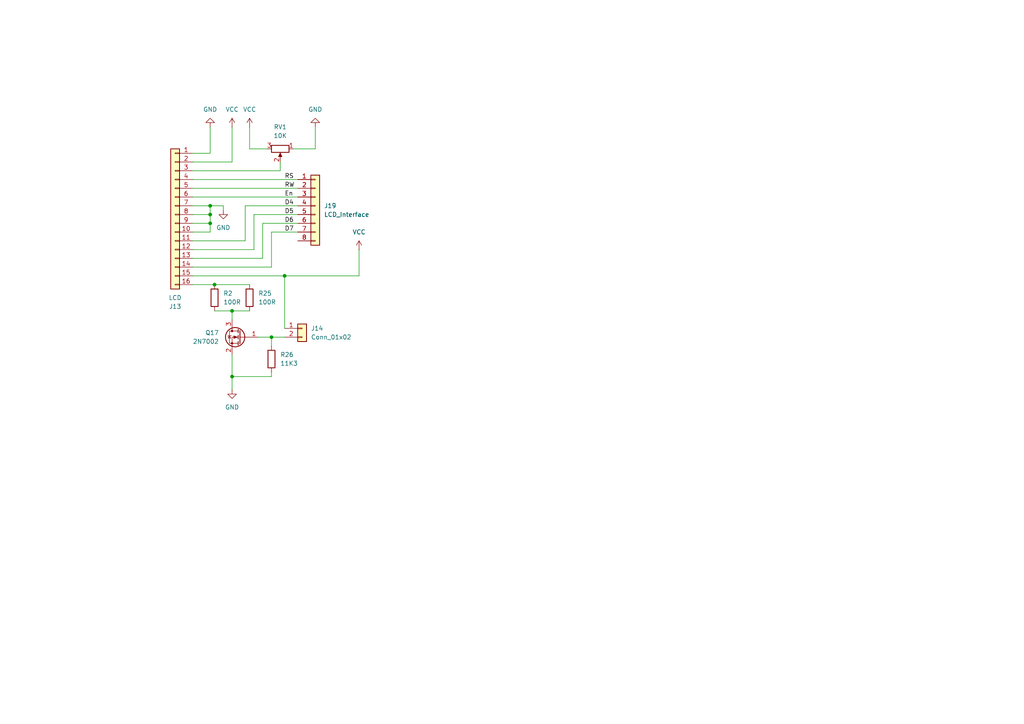
<source format=kicad_sch>
(kicad_sch (version 20231120) (generator "eeschema") (generator_version "8.0")
  (paper "A4")
  (lib_symbols
    (symbol "Connector_Generic:Conn_01x02" (pin_names (offset 1.016) hide)
      (property "Reference" "J" (at 0 2.54 0))
      (property "Value" "Conn_01x02" (at 0 -5.08 0))
      (symbol "Conn_01x02_1_1"
        (rectangle (start -1.27 -2.413) (end 0 -2.667) (stroke (width 0.1524)))
        (rectangle (start -1.27 0.127) (end 0 -0.127) (stroke (width 0.1524)))
        (rectangle (start -1.27 1.27) (end 1.27 -3.81) (stroke (width 0.254)) (fill (type background)))
        (pin passive line (at -5.08 0 0) (length 3.81) (name "Pin_1") (number "1"))
        (pin passive line (at -5.08 -2.54 0) (length 3.81) (name "Pin_2") (number "2"))
      )
    )
    (symbol "Connector_Generic:Conn_01x08" (pin_names (offset 1.016) hide)
      (property "Reference" "J" (at 0 10.16 0))
      (property "Value" "Conn_01x08" (at 0 -12.7 0))
      (symbol "Conn_01x08_1_1"
        (rectangle (start -1.27 -10.033) (end 0 -10.287) (stroke (width 0.1524)))
        (rectangle (start -1.27 -7.493) (end 0 -7.747) (stroke (width 0.1524)))
        (rectangle (start -1.27 -4.953) (end 0 -5.207) (stroke (width 0.1524)))
        (rectangle (start -1.27 -2.413) (end 0 -2.667) (stroke (width 0.1524)))
        (rectangle (start -1.27 0.127) (end 0 -0.127) (stroke (width 0.1524)))
        (rectangle (start -1.27 2.667) (end 0 2.413) (stroke (width 0.1524)))
        (rectangle (start -1.27 5.207) (end 0 4.953) (stroke (width 0.1524)))
        (rectangle (start -1.27 7.747) (end 0 7.493) (stroke (width 0.1524)))
        (rectangle (start -1.27 8.89) (end 1.27 -11.43) (stroke (width 0.254)) (fill (type background)))
        (pin passive line (at -5.08 7.62 0) (length 3.81) (name "Pin_1") (number "1"))
        (pin passive line (at -5.08 5.08 0) (length 3.81) (name "Pin_2") (number "2"))
        (pin passive line (at -5.08 2.54 0) (length 3.81) (name "Pin_3") (number "3"))
        (pin passive line (at -5.08 0 0) (length 3.81) (name "Pin_4") (number "4"))
        (pin passive line (at -5.08 -2.54 0) (length 3.81) (name "Pin_5") (number "5"))
        (pin passive line (at -5.08 -5.08 0) (length 3.81) (name "Pin_6") (number "6"))
        (pin passive line (at -5.08 -7.62 0) (length 3.81) (name "Pin_7") (number "7"))
        (pin passive line (at -5.08 -10.16 0) (length 3.81) (name "Pin_8") (number "8"))
      )
    )
    (symbol "Connector_Generic:Conn_01x16" (pin_names (offset 1.016) hide)
      (property "Reference" "J" (at 0 20.32 0))
      (property "Value" "Conn_01x16" (at 0 -22.86 0))
      (symbol "Conn_01x16_1_1"
        (rectangle (start -1.27 -20.193) (end 0 -20.447) (stroke (width 0.1524)))
        (rectangle (start -1.27 -17.653) (end 0 -17.907) (stroke (width 0.1524)))
        (rectangle (start -1.27 -15.113) (end 0 -15.367) (stroke (width 0.1524)))
        (rectangle (start -1.27 -12.573) (end 0 -12.827) (stroke (width 0.1524)))
        (rectangle (start -1.27 -10.033) (end 0 -10.287) (stroke (width 0.1524)))
        (rectangle (start -1.27 -7.493) (end 0 -7.747) (stroke (width 0.1524)))
        (rectangle (start -1.27 -4.953) (end 0 -5.207) (stroke (width 0.1524)))
        (rectangle (start -1.27 -2.413) (end 0 -2.667) (stroke (width 0.1524)))
        (rectangle (start -1.27 0.127) (end 0 -0.127) (stroke (width 0.1524)))
        (rectangle (start -1.27 2.667) (end 0 2.413) (stroke (width 0.1524)))
        (rectangle (start -1.27 5.207) (end 0 4.953) (stroke (width 0.1524)))
        (rectangle (start -1.27 7.747) (end 0 7.493) (stroke (width 0.1524)))
        (rectangle (start -1.27 10.287) (end 0 10.033) (stroke (width 0.1524)))
        (rectangle (start -1.27 12.827) (end 0 12.573) (stroke (width 0.1524)))
        (rectangle (start -1.27 15.367) (end 0 15.113) (stroke (width 0.1524)))
        (rectangle (start -1.27 17.907) (end 0 17.653) (stroke (width 0.1524)))
        (rectangle (start -1.27 19.05) (end 1.27 -21.59) (stroke (width 0.254)) (fill (type background)))
        (pin passive line (at -5.08 17.78 0) (length 3.81) (name "Pin_1") (number "1"))
        (pin passive line (at -5.08 -5.08 0) (length 3.81) (name "Pin_10") (number "10"))
        (pin passive line (at -5.08 -7.62 0) (length 3.81) (name "Pin_11") (number "11"))
        (pin passive line (at -5.08 -10.16 0) (length 3.81) (name "Pin_12") (number "12"))
        (pin passive line (at -5.08 -12.7 0) (length 3.81) (name "Pin_13") (number "13"))
        (pin passive line (at -5.08 -15.24 0) (length 3.81) (name "Pin_14") (number "14"))
        (pin passive line (at -5.08 -17.78 0) (length 3.81) (name "Pin_15") (number "15"))
        (pin passive line (at -5.08 -20.32 0) (length 3.81) (name "Pin_16") (number "16"))
        (pin passive line (at -5.08 15.24 0) (length 3.81) (name "Pin_2") (number "2"))
        (pin passive line (at -5.08 12.7 0) (length 3.81) (name "Pin_3") (number "3"))
        (pin passive line (at -5.08 10.16 0) (length 3.81) (name "Pin_4") (number "4"))
        (pin passive line (at -5.08 7.62 0) (length 3.81) (name "Pin_5") (number "5"))
        (pin passive line (at -5.08 5.08 0) (length 3.81) (name "Pin_6") (number "6"))
        (pin passive line (at -5.08 2.54 0) (length 3.81) (name "Pin_7") (number "7"))
        (pin passive line (at -5.08 0 0) (length 3.81) (name "Pin_8") (number "8"))
        (pin passive line (at -5.08 -2.54 0) (length 3.81) (name "Pin_9") (number "9"))
      )
    )
    (symbol "Device:R" (pin_numbers hide) (pin_names (offset 0))
      (property "Reference" "R" (at 2.032 0 90))
      (property "Value" "R" (at 0 0 90))
      (symbol "R_0_1"
        (rectangle (start -1.016 -2.54) (end 1.016 2.54) (stroke (width 0.254)))
      )
      (symbol "R_1_1"
        (pin passive line (at 0 3.81 270) (length 1.27) (name "~") (number "1"))
        (pin passive line (at 0 -3.81 90) (length 1.27) (name "~") (number "2"))
      )
    )
    (symbol "Device:R_Potentiometer" (pin_names (offset 1.016) hide)
      (property "Reference" "RV" (at -4.445 0 90))
      (property "Value" "R_Potentiometer" (at -2.54 0 90))
      (symbol "R_Potentiometer_0_1"
        (polyline (pts (xy 2.54 0) (xy 1.524 0)))
        (polyline (pts (xy 1.143 0) (xy 2.286 0.508) (xy 2.286 -0.508) (xy 1.143 0)) (fill (type outline)))
        (rectangle (start 1.016 2.54) (end -1.016 -2.54) (stroke (width 0.254)))
      )
      (symbol "R_Potentiometer_1_1"
        (pin passive line (at 0 3.81 270) (length 1.27) (name "1") (number "1"))
        (pin passive line (at 3.81 0 180) (length 1.27) (name "2") (number "2"))
        (pin passive line (at 0 -3.81 90) (length 1.27) (name "3") (number "3"))
      )
    )
    (symbol "Transistor_FET:2N7002" (pin_names hide)
      (property "Reference" "Q" (at 5.08 1.905 0))
      (property "Value" "2N7002" (at 5.08 0 0))
      (symbol "2N7002_0_1"
        (polyline (pts (xy 0.254 0) (xy -2.54 0)))
        (polyline (pts (xy 0.254 1.905) (xy 0.254 -1.905)) (stroke (width 0.254)))
        (polyline (pts (xy 0.762 -1.27) (xy 0.762 -2.286)) (stroke (width 0.254)))
        (polyline (pts (xy 0.762 0.508) (xy 0.762 -0.508)) (stroke (width 0.254)))
        (polyline (pts (xy 0.762 2.286) (xy 0.762 1.27)) (stroke (width 0.254)))
        (polyline (pts (xy 2.54 2.54) (xy 2.54 1.778)))
        (polyline (pts (xy 2.54 -2.54) (xy 2.54 0) (xy 0.762 0)))
        (polyline (pts (xy 0.762 -1.778) (xy 3.302 -1.778) (xy 3.302 1.778) (xy 0.762 1.778)))
        (polyline (pts (xy 1.016 0) (xy 2.032 0.381) (xy 2.032 -0.381) (xy 1.016 0)) (fill (type outline)))
        (polyline (pts (xy 2.794 0.508) (xy 2.921 0.381) (xy 3.683 0.381) (xy 3.81 0.254)))
        (polyline (pts (xy 3.302 0.381) (xy 2.921 -0.254) (xy 3.683 -0.254) (xy 3.302 0.381)))
        (circle (center 1.651 0) (radius 2.794) (stroke (width 0.254)))
        (circle (center 2.54 -1.778) (radius 0.254) (fill (type outline)))
        (circle (center 2.54 1.778) (radius 0.254) (fill (type outline)))
      )
      (symbol "2N7002_1_1"
        (pin input line (at -5.08 0 0) (length 2.54) (name "G") (number "1"))
        (pin passive line (at 2.54 -5.08 90) (length 2.54) (name "S") (number "2"))
        (pin passive line (at 2.54 5.08 270) (length 2.54) (name "D") (number "3"))
      )
    )
    (symbol "power:GND" (power) (pin_numbers hide) (pin_names (offset 0) hide)
      (property "Value" "GND" (at 0 -3.81 0))
      (symbol "GND_0_1"
        (polyline (pts (xy 0 0) (xy 0 -1.27) (xy 1.27 -1.27) (xy 0 -2.54) (xy -1.27 -1.27) (xy 0 -1.27)))
      )
      (symbol "GND_1_1"
        (pin power_in line (at 0 0 270) (length 0) (name "~") (number "1"))
      )
    )
    (symbol "power:VCC" (power) (pin_numbers hide) (pin_names (offset 0) hide)
      (property "Value" "VCC" (at 0 3.556 0))
      (symbol "VCC_0_1"
        (polyline (pts (xy -0.762 1.27) (xy 0 2.54)))
        (polyline (pts (xy 0 0) (xy 0 2.54)))
        (polyline (pts (xy 0 2.54) (xy 0.762 1.27)))
      )
      (symbol "VCC_1_1"
        (pin power_in line (at 0 0 90) (length 0) (name "~") (number "1"))
      )
    )
  )
  (junction (at 67.31 109.22))
  (junction (at 62.23 82.55))
  (junction (at 60.96 64.77))
  (junction (at 82.55 80.01))
  (junction (at 67.31 90.17))
  (junction (at 60.96 62.23))
  (junction (at 78.74 97.79))
  (junction (at 60.96 59.69))
  (wire (pts (xy 60.96 44.45) (xy 60.96 36.83)))
  (wire (pts (xy 73.66 72.39) (xy 73.66 62.23)))
  (wire (pts (xy 60.96 59.69) (xy 64.77 59.69)))
  (wire (pts (xy 55.88 62.23) (xy 60.96 62.23)))
  (wire (pts (xy 67.31 102.87) (xy 67.31 109.22)))
  (wire (pts (xy 55.88 72.39) (xy 73.66 72.39)))
  (wire (pts (xy 55.88 46.99) (xy 67.31 46.99)))
  (wire (pts (xy 71.12 59.69) (xy 86.36 59.69)))
  (wire (pts (xy 67.31 46.99) (xy 67.31 36.83)))
  (wire (pts (xy 67.31 109.22) (xy 67.31 113.03)))
  (wire (pts (xy 60.96 62.23) (xy 60.96 59.69)))
  (wire (pts (xy 55.88 44.45) (xy 60.96 44.45)))
  (wire (pts (xy 76.2 74.93) (xy 76.2 64.77)))
  (wire (pts (xy 55.88 80.01) (xy 82.55 80.01)))
  (wire (pts (xy 81.28 49.53) (xy 81.28 46.99)))
  (wire (pts (xy 74.93 97.79) (xy 78.74 97.79)))
  (wire (pts (xy 73.66 62.23) (xy 86.36 62.23)))
  (wire (pts (xy 67.31 90.17) (xy 67.31 92.71)))
  (wire (pts (xy 78.74 77.47) (xy 78.74 67.31)))
  (wire (pts (xy 78.74 67.31) (xy 86.36 67.31)))
  (wire (pts (xy 55.88 64.77) (xy 60.96 64.77)))
  (wire (pts (xy 62.23 82.55) (xy 72.39 82.55)))
  (wire (pts (xy 60.96 59.69) (xy 55.88 59.69)))
  (wire (pts (xy 55.88 52.07) (xy 86.36 52.07)))
  (wire (pts (xy 55.88 74.93) (xy 76.2 74.93)))
  (wire (pts (xy 55.88 57.15) (xy 86.36 57.15)))
  (wire (pts (xy 60.96 64.77) (xy 60.96 62.23)))
  (wire (pts (xy 60.96 67.31) (xy 60.96 64.77)))
  (wire (pts (xy 72.39 36.83) (xy 72.39 43.18)))
  (wire (pts (xy 55.88 54.61) (xy 86.36 54.61)))
  (wire (pts (xy 78.74 97.79) (xy 82.55 97.79)))
  (wire (pts (xy 71.12 69.85) (xy 71.12 59.69)))
  (wire (pts (xy 64.77 59.69) (xy 64.77 60.96)))
  (wire (pts (xy 85.09 43.18) (xy 91.44 43.18)))
  (wire (pts (xy 82.55 80.01) (xy 104.14 80.01)))
  (wire (pts (xy 55.88 77.47) (xy 78.74 77.47)))
  (wire (pts (xy 76.2 64.77) (xy 86.36 64.77)))
  (wire (pts (xy 55.88 69.85) (xy 71.12 69.85)))
  (wire (pts (xy 67.31 90.17) (xy 72.39 90.17)))
  (wire (pts (xy 55.88 49.53) (xy 81.28 49.53)))
  (wire (pts (xy 78.74 107.95) (xy 78.74 109.22)))
  (wire (pts (xy 55.88 67.31) (xy 60.96 67.31)))
  (wire (pts (xy 82.55 80.01) (xy 82.55 95.25)))
  (wire (pts (xy 78.74 109.22) (xy 67.31 109.22)))
  (wire (pts (xy 91.44 36.83) (xy 91.44 43.18)))
  (wire (pts (xy 62.23 90.17) (xy 67.31 90.17)))
  (wire (pts (xy 55.88 82.55) (xy 62.23 82.55)))
  (wire (pts (xy 104.14 72.39) (xy 104.14 80.01)))
  (wire (pts (xy 72.39 43.18) (xy 77.47 43.18)))
  (wire (pts (xy 78.74 97.79) (xy 78.74 100.33)))
  (label "D6" (at 82.55 64.77 0))
  (label "RS" (at 82.55 52.07 0))
  (label "D7" (at 82.55 67.31 0))
  (label "D5" (at 82.55 62.23 0))
  (label "RW" (at 82.55 54.61 0))
  (label "En" (at 82.55 57.15 0))
  (label "D4" (at 82.55 59.69 0))
  (symbol (lib_id "power:VCC") (at 104.14 72.39 0) (unit 1)
    (property "Reference" "#PWR065" (effects (hide yes)))
    (property "Value" "VCC" (at 104.14 67.31 0))
    (property "Description" "Power symbol creates a global label with name \"VCC\"" (effects (hide yes)))
  )
  (symbol (lib_id "power:VCC") (at 72.39 36.83 0) (unit 1)
    (property "Reference" "#PWR063" (effects (hide yes)))
    (property "Value" "VCC" (at 72.39 31.75 0))
    (property "Description" "Power symbol creates a global label with name \"VCC\"" (effects (hide yes)))
  )
  (symbol (lib_id "Transistor_FET:2N7002") (at 69.85 97.79 0) (mirror y) (unit 1)
    (property "Reference" "Q17" (at 63.5 96.5199 0) (effects (justify left)))
    (property "Value" "2N7002" (at 63.5 99.0599 0) (effects (justify left)))
    (property "Footprint" "Package_TO_SOT_SMD:SOT-23" (effects (hide yes)))
    (property "Datasheet" "https://www.onsemi.com/pub/Collateral/NDS7002A-D.PDF" (effects (hide yes)))
    (property "Description" "0.115A Id, 60V Vds, N-Channel MOSFET, SOT-23" (effects (hide yes)))
  )
  (symbol (lib_id "power:GND") (at 91.44 36.83 180) (unit 1)
    (property "Reference" "#PWR064" (effects (hide yes)))
    (property "Value" "GND" (at 91.44 31.75 0))
    (property "Description" "Power symbol creates a global label with name \"GND\" , ground" (effects (hide yes)))
  )
  (symbol (lib_id "Device:R") (at 72.39 86.36 0) (unit 1)
    (property "Reference" "R25" (at 74.93 85.0899 0) (effects (justify left)))
    (property "Value" "100R" (at 74.93 87.6299 0) (effects (justify left)))
    (property "Footprint" "LED_SMD:LED_0805_2012Metric_Pad1.15x1.40mm_HandSolder" (effects (hide yes)))
    (property "Description" "Resistor" (effects (hide yes)))
  )
  (symbol (lib_id "Connector_Generic:Conn_01x02") (at 87.63 95.25 0) (unit 1)
    (property "Reference" "J14" (at 90.17 95.2499 0) (effects (justify left)))
    (property "Value" "Conn_01x02" (at 90.17 97.7899 0) (effects (justify left)))
    (property "Footprint" "Connector_PinHeader_2.54mm:PinHeader_1x02_P2.54mm_Vertical" (effects (hide yes)))
    (property "Description" "Generic connector, single row, 01x02, script generated (kicad-library-utils/schlib/autogen/connector/)" (effects (hide yes)))
  )
  (symbol (lib_id "power:GND") (at 67.31 113.03 0) (unit 1)
    (property "Reference" "#PWR066" (effects (hide yes)))
    (property "Value" "GND" (at 67.31 118.11 0))
    (property "Description" "Power symbol creates a global label with name \"GND\" , ground" (effects (hide yes)))
  )
  (symbol (lib_id "power:GND") (at 64.77 60.96 0) (unit 1)
    (property "Reference" "#PWR067" (effects (hide yes)))
    (property "Value" "GND" (at 64.77 66.04 0))
    (property "Description" "Power symbol creates a global label with name \"GND\" , ground" (effects (hide yes)))
  )
  (symbol (lib_id "Device:R") (at 62.23 86.36 0) (unit 1)
    (property "Reference" "R2" (at 64.77 85.0899 0) (effects (justify left)))
    (property "Value" "100R" (at 64.77 87.6299 0) (effects (justify left)))
    (property "Footprint" "LED_SMD:LED_0805_2012Metric_Pad1.15x1.40mm_HandSolder" (effects (hide yes)))
    (property "Description" "Resistor" (effects (hide yes)))
  )
  (symbol (lib_id "Connector_Generic:Conn_01x08") (at 91.44 59.69 0) (unit 1)
    (property "Reference" "J19" (at 93.98 59.6899 0) (effects (justify left)))
    (property "Value" "LCD_Interface" (at 93.98 62.2299 0) (effects (justify left)))
    (property "Footprint" "Connector_PinHeader_2.54mm:PinHeader_1x08_P2.54mm_Vertical" (effects (hide yes)))
    (property "Description" "Generic connector, single row, 01x08, script generated (kicad-library-utils/schlib/autogen/connector/)" (effects (hide yes)))
  )
  (symbol (lib_id "Device:R") (at 78.74 104.14 0) (unit 1)
    (property "Reference" "R26" (at 81.28 102.8699 0) (effects (justify left)))
    (property "Value" "11K3" (at 81.28 105.4099 0) (effects (justify left)))
    (property "Footprint" "LED_SMD:LED_0805_2012Metric_Pad1.15x1.40mm_HandSolder" (effects (hide yes)))
    (property "Description" "Resistor" (effects (hide yes)))
  )
  (symbol (lib_id "power:VCC") (at 67.31 36.83 0) (unit 1)
    (property "Reference" "#PWR062" (effects (hide yes)))
    (property "Value" "VCC" (at 67.31 31.75 0))
    (property "Description" "Power symbol creates a global label with name \"VCC\"" (effects (hide yes)))
  )
  (symbol (lib_id "Connector_Generic:Conn_01x16") (at 50.8 62.23 0) (mirror y) (unit 1)
    (property "Reference" "J13" (at 50.8 88.9 0))
    (property "Value" "LCD" (at 50.8 86.36 0))
    (property "Footprint" "Connector_PinHeader_2.54mm:PinHeader_1x16_P2.54mm_Vertical" (effects (hide yes)))
    (property "Description" "Generic connector, single row, 01x16, script generated (kicad-library-utils/schlib/autogen/connector/)" (effects (hide yes)))
  )
  (symbol (lib_id "power:GND") (at 60.96 36.83 180) (unit 1)
    (property "Reference" "#PWR061" (effects (hide yes)))
    (property "Value" "GND" (at 60.96 31.75 0))
    (property "Description" "Power symbol creates a global label with name \"GND\" , ground" (effects (hide yes)))
  )
  (symbol (lib_id "Device:R_Potentiometer") (at 81.28 43.18 270) (unit 1)
    (property "Reference" "RV1" (at 81.28 36.83 90))
    (property "Value" "10K" (at 81.28 39.37 90))
    (property "Footprint" "Potentiometer_THT:Potentiometer_Piher_PT-6-V_Vertical" (effects (hide yes)))
    (property "Description" "Potentiometer" (effects (hide yes)))
  )
)
</source>
